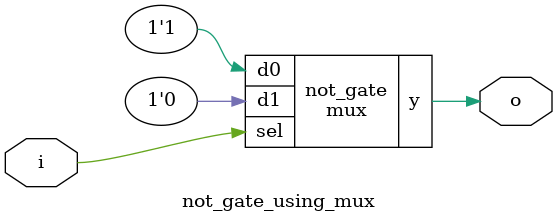
<source format=sv>

module mux (
    input  d0,
    d1,
    input  sel,
    output y
);

  assign y = sel ? d1 : d0;

endmodule

//----------------------------------------------------------------------------
// Task
//----------------------------------------------------------------------------

module not_gate_using_mux (
    input  i,
    output o
);

  // Task:
  // Implement not gate using instance(s) of mux,
  // constants 0 and 1, and wire connections

  mux not_gate (
      .d0 (1'b1),
      .d1 (1'b0),
      .sel(i),
      .y  (o)
  );

endmodule

</source>
